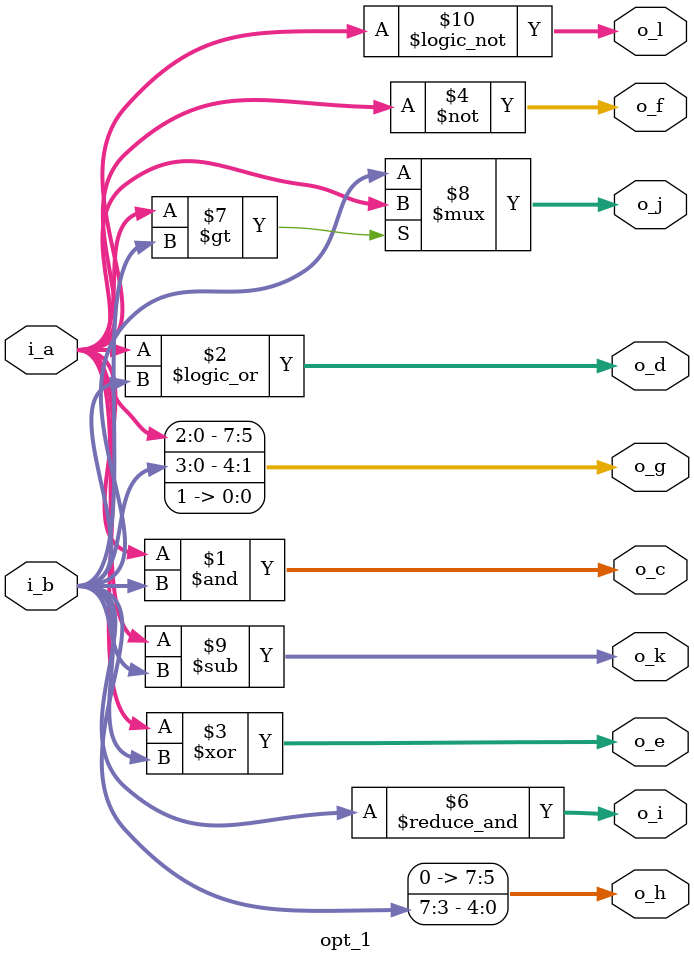
<source format=v>
module opt_1(
    input  [7 : 0] i_a,
    input  [7 : 0] i_b,
    output [7 : 0] o_c,
    output [7 : 0] o_d,
    output [7 : 0] o_e,
    output [7 : 0] o_f,
    output [7 : 0] o_g,
    output [7 : 0] o_h,
    output [7 : 0] o_i,
    output [7 : 0] o_j,
    output [7 : 0] o_k,
    output [7 : 0] o_l
);

    assign o_c = i_a & i_b;
    assign o_d = i_a || i_b;
    assign o_e = i_a ^ i_b;
    assign o_f = ~i_a;
    assign o_g = {i_a[2 : 0], i_b[3 : 0], {1'b1}};
    assign o_h = i_b >>> 3;
    assign o_i = &i_b;
    assign o_j = (i_a > i_b) ? i_a : i_b;
    assign o_k = i_a - i_b;
    assign o_l = !i_a;

endmodule

</source>
